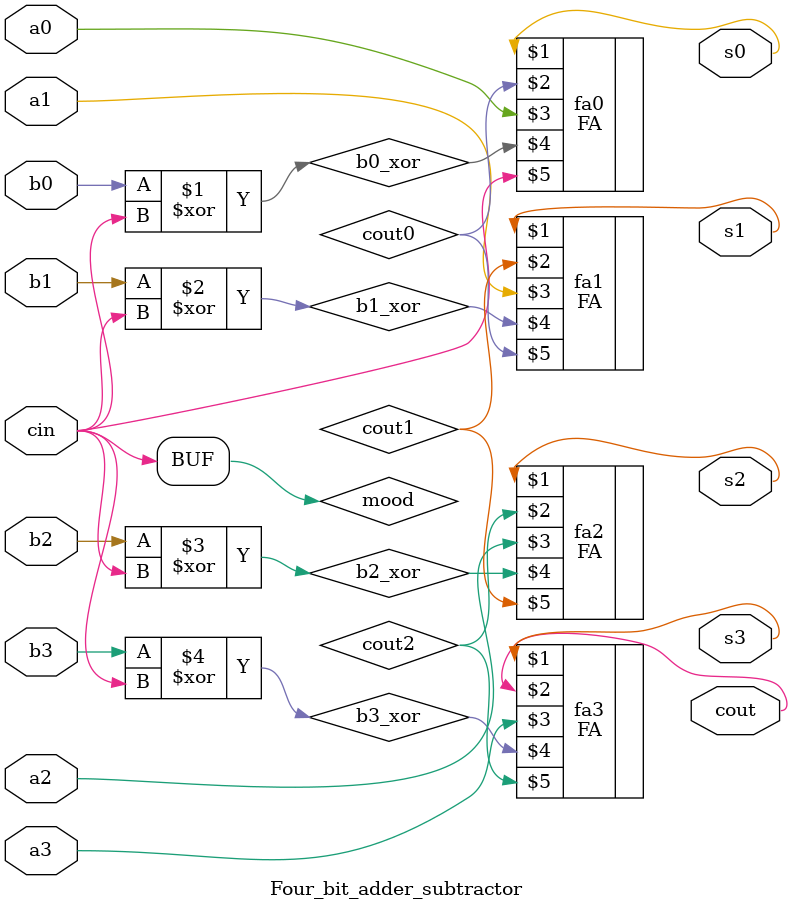
<source format=v>
module Four_bit_adder_subtractor(s0,s1,s2,s3,cout,a0,b0,a1,b1,a2,b2,a3,b3,cin);

input a0,a1,a2,a3,b0,b1,b2,b3,cin;
output s0,s1,s2,s3,cout;

wire mood;
//assign mood = 0;
assign cin = mood;

wire b0_xor,b1_xor,b2_xor,b3_xor;

assign b0_xor = b0^mood;
assign b1_xor = b1^mood;
assign b2_xor = b2^mood;
assign b3_xor = b3^mood;

wire cout0,cout1,cout2;

FA fa0(s0,cout0,a0,b0_xor,cin);
FA fa1(s1,cout1,a1,b1_xor,cout0);
FA fa2(s2,cout2,a2,b2_xor,cout1);
FA fa3(s3,cout,a3,b3_xor,cout2);

endmodule
</source>
